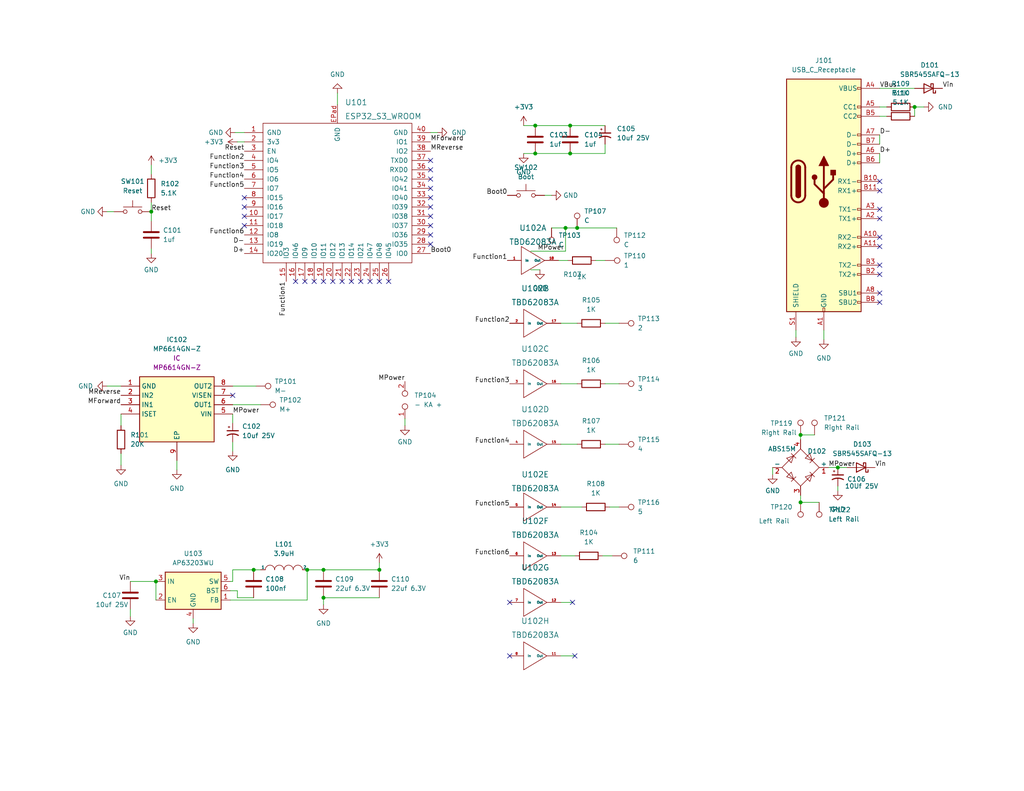
<source format=kicad_sch>
(kicad_sch (version 20211123) (generator eeschema)
  (paper "USLetter")
  (title_block (title "Atlas Light Board LCC Traction Node") (date "Nov. 30, 2025") (rev "A") (company "Deepwoods Software"))
  (lib_symbols
    (symbol "Connector:TestPoint" (pin_numbers hide) (pin_names (offset 0.762) hide)
      (property "Reference" "TP" (at 0 6.858 0))
      (property "Value" "TestPoint" (at 0 5.08 0))
      (symbol "TestPoint_0_1"
        (circle (center 0 3.302) (radius 0.762))
      )
      (symbol "TestPoint_1_1"
        (pin passive line (at 0 0 90) (length 2.54) (name "1") (number "1"))
      )
    )
    (symbol "Connector:TestPoint_2Pole" (pin_names (offset 0.762) hide)
      (property "Reference" "TP" (at 0 1.524 0))
      (property "Value" "TestPoint_2Pole" (at 0 -1.778 0))
      (symbol "TestPoint_2Pole_0_1"
        (circle (center -1.778 0) (radius 0.762))
        (circle (center 1.778 0) (radius 0.762))
        (pin passive line (at -5.08 0 0) (length 2.54) (name "1") (number "1"))
        (pin passive line (at 5.08 0 180) (length 2.54) (name "2") (number "2"))
      )
    )
    (symbol "Connector:USB_C_Receptacle" (pin_names (offset 1.016))
      (property "Reference" "J" (at -10.16 29.21 0))
      (property "Value" "USB_C_Receptacle" (at 10.16 29.21 0))
      (symbol "USB_C_Receptacle_0_0"
        (rectangle (start -0.254 -35.56) (end 0.254 -34.544))
        (rectangle (start 10.16 -32.766) (end 9.144 -33.274))
        (rectangle (start 10.16 -30.226) (end 9.144 -30.734))
        (rectangle (start 10.16 -25.146) (end 9.144 -25.654))
        (rectangle (start 10.16 -22.606) (end 9.144 -23.114))
        (rectangle (start 10.16 -17.526) (end 9.144 -18.034))
        (rectangle (start 10.16 -14.986) (end 9.144 -15.494))
        (rectangle (start 10.16 -9.906) (end 9.144 -10.414))
        (rectangle (start 10.16 -7.366) (end 9.144 -7.874))
        (rectangle (start 10.16 -2.286) (end 9.144 -2.794))
        (rectangle (start 10.16 0.254) (end 9.144 -0.254))
        (rectangle (start 10.16 5.334) (end 9.144 4.826))
        (rectangle (start 10.16 7.874) (end 9.144 7.366))
        (rectangle (start 10.16 10.414) (end 9.144 9.906))
        (rectangle (start 10.16 12.954) (end 9.144 12.446))
        (rectangle (start 10.16 18.034) (end 9.144 17.526))
        (rectangle (start 10.16 20.574) (end 9.144 20.066))
        (rectangle (start 10.16 25.654) (end 9.144 25.146))
      )
      (symbol "USB_C_Receptacle_0_1"
        (rectangle (start -10.16 27.94) (end 10.16 -35.56) (stroke (width 0.254)) (fill (type background)))
        (arc (start -8.89 -3.81) (mid -6.985 -5.715) (end -5.08 -3.81) (stroke (width 0.508)))
        (arc (start -7.62 -3.81) (mid -6.985 -4.445) (end -6.35 -3.81) (stroke (width 0.254)))
        (arc (start -7.62 -3.81) (mid -6.985 -4.445) (end -6.35 -3.81) (stroke (width 0.254)) (fill (type outline)))
        (rectangle (start -7.62 -3.81) (end -6.35 3.81) (stroke (width 0.254)) (fill (type outline)))
        (arc (start -6.35 3.81) (mid -6.985 4.445) (end -7.62 3.81) (stroke (width 0.254)))
        (arc (start -6.35 3.81) (mid -6.985 4.445) (end -7.62 3.81) (stroke (width 0.254)) (fill (type outline)))
        (arc (start -5.08 3.81) (mid -6.985 5.715) (end -8.89 3.81) (stroke (width 0.508)))
        (polyline (pts (xy -8.89 -3.81) (xy -8.89 3.81)) (stroke (width 0.508)))
        (polyline (pts (xy -5.08 3.81) (xy -5.08 -3.81)) (stroke (width 0.508)))
      )
      (symbol "USB_C_Receptacle_1_1"
        (circle (center -2.54 1.143) (radius 0.635) (stroke (width 0.254)) (fill (type outline)))
        (circle (center 0 -5.842) (radius 1.27) (fill (type outline)))
        (polyline (pts (xy 0 -5.842) (xy 0 4.318)) (stroke (width 0.508)))
        (polyline (pts (xy 0 -3.302) (xy -2.54 -0.762) (xy -2.54 0.508)) (stroke (width 0.508)))
        (polyline (pts (xy 0 -2.032) (xy 2.54 0.508) (xy 2.54 1.778)) (stroke (width 0.508)))
        (polyline (pts (xy -1.27 4.318) (xy 0 6.858) (xy 1.27 4.318) (xy -1.27 4.318)) (stroke (width 0.254)) (fill (type outline)))
        (rectangle (start 1.905 1.778) (end 3.175 3.048) (stroke (width 0.254)) (fill (type outline)))
        (pin passive line (at 0 -40.64 90) (length 5.08) (name "GND") (number "A1"))
        (pin bidirectional line (at 15.24 -15.24 180) (length 5.08) (name "RX2-") (number "A10"))
        (pin bidirectional line (at 15.24 -17.78 180) (length 5.08) (name "RX2+") (number "A11"))
        (pin passive line (at 0 -40.64 90) (length 5.08) hide (name "GND") (number "A12"))
        (pin bidirectional line (at 15.24 -10.16 180) (length 5.08) (name "TX1+") (number "A2"))
        (pin bidirectional line (at 15.24 -7.62 180) (length 5.08) (name "TX1-") (number "A3"))
        (pin passive line (at 15.24 25.4 180) (length 5.08) (name "VBUS") (number "A4"))
        (pin bidirectional line (at 15.24 20.32 180) (length 5.08) (name "CC1") (number "A5"))
        (pin bidirectional line (at 15.24 7.62 180) (length 5.08) (name "D+") (number "A6"))
        (pin bidirectional line (at 15.24 12.7 180) (length 5.08) (name "D-") (number "A7"))
        (pin bidirectional line (at 15.24 -30.48 180) (length 5.08) (name "SBU1") (number "A8"))
        (pin passive line (at 15.24 25.4 180) (length 5.08) hide (name "VBUS") (number "A9"))
        (pin passive line (at 0 -40.64 90) (length 5.08) hide (name "GND") (number "B1"))
        (pin bidirectional line (at 15.24 0 180) (length 5.08) (name "RX1-") (number "B10"))
        (pin bidirectional line (at 15.24 -2.54 180) (length 5.08) (name "RX1+") (number "B11"))
        (pin passive line (at 0 -40.64 90) (length 5.08) hide (name "GND") (number "B12"))
        (pin bidirectional line (at 15.24 -25.4 180) (length 5.08) (name "TX2+") (number "B2"))
        (pin bidirectional line (at 15.24 -22.86 180) (length 5.08) (name "TX2-") (number "B3"))
        (pin passive line (at 15.24 25.4 180) (length 5.08) hide (name "VBUS") (number "B4"))
        (pin bidirectional line (at 15.24 17.78 180) (length 5.08) (name "CC2") (number "B5"))
        (pin bidirectional line (at 15.24 5.08 180) (length 5.08) (name "D+") (number "B6"))
        (pin bidirectional line (at 15.24 10.16 180) (length 5.08) (name "D-") (number "B7"))
        (pin bidirectional line (at 15.24 -33.02 180) (length 5.08) (name "SBU2") (number "B8"))
        (pin passive line (at 15.24 25.4 180) (length 5.08) hide (name "VBUS") (number "B9"))
        (pin passive line (at -7.62 -40.64 90) (length 5.08) (name "SHIELD") (number "S1"))
      )
    )
    (symbol "Device:C" (pin_numbers hide) (pin_names (offset 0.254))
      (property "Reference" "C" (at 0.635 2.54 0))
      (property "Value" "C" (at 0.635 -2.54 0))
      (symbol "C_0_1"
        (polyline (pts (xy -2.032 -0.762) (xy 2.032 -0.762)) (stroke (width 0.508)))
        (polyline (pts (xy -2.032 0.762) (xy 2.032 0.762)) (stroke (width 0.508)))
      )
      (symbol "C_1_1"
        (pin passive line (at 0 3.81 270) (length 2.794) (name "~") (number "1"))
        (pin passive line (at 0 -3.81 90) (length 2.794) (name "~") (number "2"))
      )
    )
    (symbol "Device:C_Polarized_Small_US" (pin_numbers hide) (pin_names (offset 0.254) hide)
      (property "Reference" "C" (at 0.254 1.778 0))
      (property "Value" "C_Polarized_Small_US" (at 0.254 -2.032 0))
      (symbol "C_Polarized_Small_US_0_1"
        (polyline (pts (xy -1.524 0.508) (xy 1.524 0.508)) (stroke (width 0.3048)))
        (polyline (pts (xy -1.27 1.524) (xy -0.762 1.524)))
        (polyline (pts (xy -1.016 1.27) (xy -1.016 1.778)))
        (arc (start 1.524 -0.762) (mid 0 -0.3734) (end -1.524 -0.762) (stroke (width 0.3048)))
      )
      (symbol "C_Polarized_Small_US_1_1"
        (pin passive line (at 0 2.54 270) (length 2.032) (name "~") (number "1"))
        (pin passive line (at 0 -2.54 90) (length 2.032) (name "~") (number "2"))
      )
    )
    (symbol "Device:D_Schottky" (pin_numbers hide) (pin_names (offset 1.016) hide)
      (property "Reference" "D" (at 0 2.54 0))
      (property "Value" "D_Schottky" (at 0 -2.54 0))
      (symbol "D_Schottky_0_1"
        (polyline (pts (xy 1.27 0) (xy -1.27 0)))
        (polyline (pts (xy 1.27 1.27) (xy 1.27 -1.27) (xy -1.27 0) (xy 1.27 1.27)) (stroke (width 0.254)))
        (polyline (pts (xy -1.905 0.635) (xy -1.905 1.27) (xy -1.27 1.27) (xy -1.27 -1.27) (xy -0.635 -1.27) (xy -0.635 -0.635)) (stroke (width 0.254)))
      )
      (symbol "D_Schottky_1_1"
        (pin passive line (at -3.81 0 0) (length 2.54) (name "K") (number "1"))
        (pin passive line (at 3.81 0 180) (length 2.54) (name "A") (number "2"))
      )
    )
    (symbol "Device:R" (pin_numbers hide) (pin_names (offset 0))
      (property "Reference" "R" (at 2.032 0 90))
      (property "Value" "R" (at 0 0 90))
      (symbol "R_0_1"
        (rectangle (start -1.016 -2.54) (end 1.016 2.54) (stroke (width 0.254)))
      )
      (symbol "R_1_1"
        (pin passive line (at 0 3.81 270) (length 1.27) (name "~") (number "1"))
        (pin passive line (at 0 -3.81 90) (length 1.27) (name "~") (number "2"))
      )
    )
    (symbol "Diode_Bridge:ABS10" (pin_names (offset 0))
      (property "Reference" "D" (at 2.54 6.985 0))
      (property "Value" "ABS10" (at 2.54 5.08 0))
      (symbol "ABS10_0_1"
        (polyline (pts (xy -2.54 3.81) (xy -1.27 2.54)))
        (polyline (pts (xy -1.27 -2.54) (xy -2.54 -3.81)))
        (polyline (pts (xy 2.54 -1.27) (xy 3.81 -2.54)))
        (polyline (pts (xy 2.54 1.27) (xy 3.81 2.54)))
        (polyline (pts (xy -3.81 2.54) (xy -2.54 1.27) (xy -1.905 3.175) (xy -3.81 2.54)))
        (polyline (pts (xy -2.54 -1.27) (xy -3.81 -2.54) (xy -1.905 -3.175) (xy -2.54 -1.27)))
        (polyline (pts (xy 1.27 2.54) (xy 2.54 3.81) (xy 3.175 1.905) (xy 1.27 2.54)))
        (polyline (pts (xy 3.175 -1.905) (xy 1.27 -2.54) (xy 2.54 -3.81) (xy 3.175 -1.905)))
        (polyline (pts (xy -5.08 0) (xy 0 -5.08) (xy 5.08 0) (xy 0 5.08) (xy -5.08 0)))
      )
      (symbol "ABS10_1_1"
        (pin passive line (at 7.62 0 180) (length 2.54) (name "+") (number "1"))
        (pin passive line (at -7.62 0 0) (length 2.54) (name "-") (number "2"))
        (pin passive line (at 0 -7.62 90) (length 2.54) (name "~") (number "3"))
        (pin passive line (at 0 7.62 270) (length 2.54) (name "~") (number "4"))
      )
    )
    (symbol "ESP32-WROOM:ESP32_S3_WROOM" (pin_names (offset 1.016))
      (property "Reference" "U" (at 0.635 -10.795 0))
      (property "Value" "ESP32_S3_WROOM" (at 1.905 10.16 0))
      (symbol "ESP32_S3_WROOM_0_1"
        (rectangle (start -20.32 19.05) (end 20.32 -19.05))
      )
      (symbol "ESP32_S3_WROOM_1_1"
        (pin power_in line (at -25.4 16.51 0) (length 5.08) (name "GND") (number "1"))
        (pin bidirectional line (at -25.4 -6.35 0) (length 5.08) (name "IO17") (number "10"))
        (pin bidirectional line (at -25.4 -8.89 0) (length 5.08) (name "IO18") (number "11"))
        (pin bidirectional line (at -25.4 -11.43 0) (length 5.08) (name "IO8") (number "12"))
        (pin bidirectional line (at -25.4 -13.97 0) (length 5.08) (name "IO19") (number "13"))
        (pin bidirectional line (at -25.4 -16.51 0) (length 5.08) (name "IO20") (number "14"))
        (pin bidirectional line (at -13.97 -24.13 90) (length 5.08) (name "IO3") (number "15"))
        (pin bidirectional line (at -11.43 -24.13 90) (length 5.08) (name "IO46") (number "16"))
        (pin bidirectional line (at -8.89 -24.13 90) (length 5.08) (name "IO9") (number "17"))
        (pin bidirectional line (at -6.35 -24.13 90) (length 5.08) (name "IO10") (number "18"))
        (pin bidirectional line (at -3.81 -24.13 90) (length 5.08) (name "IO11") (number "19"))
        (pin power_in line (at -25.4 13.97 0) (length 5.08) (name "3v3") (number "2"))
        (pin bidirectional line (at -1.27 -24.13 90) (length 5.08) (name "IO12") (number "20"))
        (pin bidirectional line (at 1.27 -24.13 90) (length 5.08) (name "IO13") (number "21"))
        (pin bidirectional line (at 3.81 -24.13 90) (length 5.08) (name "IO14") (number "22"))
        (pin bidirectional line (at 6.35 -24.13 90) (length 5.08) (name "IO21") (number "23"))
        (pin bidirectional line (at 8.89 -24.13 90) (length 5.08) (name "IO47") (number "24"))
        (pin bidirectional line (at 11.43 -24.13 90) (length 5.08) (name "IO48") (number "25"))
        (pin bidirectional line (at 13.97 -24.13 90) (length 5.08) (name "IO45") (number "26"))
        (pin bidirectional line (at 25.4 -16.51 180) (length 5.08) (name "IO0") (number "27"))
        (pin bidirectional line (at 25.4 -13.97 180) (length 5.08) (name "IO35") (number "28"))
        (pin bidirectional line (at 25.4 -11.43 180) (length 5.08) (name "IO36") (number "29"))
        (pin input line (at -25.4 11.43 0) (length 5.08) (name "EN") (number "3"))
        (pin bidirectional line (at 25.4 -8.89 180) (length 5.08) (name "IO37") (number "30"))
        (pin bidirectional line (at 25.4 -6.35 180) (length 5.08) (name "IO38") (number "31"))
        (pin bidirectional line (at 25.4 -3.81 180) (length 5.08) (name "IO39") (number "32"))
        (pin bidirectional line (at 25.4 -1.27 180) (length 5.08) (name "IO40") (number "33"))
        (pin bidirectional line (at 25.4 1.27 180) (length 5.08) (name "IO41") (number "34"))
        (pin bidirectional line (at 25.4 3.81 180) (length 5.08) (name "IO42") (number "35"))
        (pin bidirectional line (at 25.4 6.35 180) (length 5.08) (name "RXD0") (number "36"))
        (pin bidirectional line (at 25.4 8.89 180) (length 5.08) (name "TXD0") (number "37"))
        (pin bidirectional line (at 25.4 11.43 180) (length 5.08) (name "IO2") (number "38"))
        (pin bidirectional line (at 25.4 13.97 180) (length 5.08) (name "IO1") (number "39"))
        (pin bidirectional line (at -25.4 8.89 0) (length 5.08) (name "IO4") (number "4"))
        (pin power_in line (at 25.4 16.51 180) (length 5.08) (name "GND") (number "40"))
        (pin bidirectional line (at -25.4 6.35 0) (length 5.08) (name "IO5") (number "5"))
        (pin bidirectional line (at -25.4 3.81 0) (length 5.08) (name "IO6") (number "6"))
        (pin bidirectional line (at -25.4 1.27 0) (length 5.08) (name "IO7") (number "7"))
        (pin bidirectional line (at -25.4 -1.27 0) (length 5.08) (name "IO15") (number "8"))
        (pin bidirectional line (at -25.4 -3.81 0) (length 5.08) (name "IO16") (number "9"))
        (pin power_in line (at 0 24.13 270) (length 5.08) (name "GND") (number "EPad"))
      )
    )
    (symbol "MP6614:MP6614GN-Z"
      (property "Value" "MP6614GN-Z" (at 0 0 0))
      (property "Reference_1" "IC" (at 26.67 7.62 0))
      (property "Value_1" "MP6614GN-Z" (at 26.67 5.08 0))
      (symbol "MP6614GN-Z_1_1"
        (rectangle (start 5.08 2.54) (end 25.4 -15.24) (stroke (width 0.254)) (fill (type background)))
        (pin passive line (at 0 0 0) (length 5.08) (name "GND") (number "1"))
        (pin passive line (at 0 -2.54 0) (length 5.08) (name "IN2") (number "2"))
        (pin passive line (at 0 -5.08 0) (length 5.08) (name "IN1") (number "3"))
        (pin passive line (at 0 -7.62 0) (length 5.08) (name "ISET") (number "4"))
        (pin passive line (at 30.48 -7.62 180) (length 5.08) (name "VIN") (number "5"))
        (pin passive line (at 30.48 -5.08 180) (length 5.08) (name "OUT1") (number "6"))
        (pin passive line (at 30.48 -2.54 180) (length 5.08) (name "VISEN") (number "7"))
        (pin passive line (at 30.48 0 180) (length 5.08) (name "OUT2") (number "8"))
        (pin passive line (at 15.24 -20.32 90) (length 5.08) (name "EP") (number "9"))
      )
    )
    (symbol "Regulator_Switching:AP63203WU"
      (property "Reference" "U" (at -7.62 6.35 0))
      (property "Value" "AP63203WU" (at 2.54 6.35 0))
      (symbol "AP63203WU_0_1"
        (rectangle (start -7.62 5.08) (end 7.62 -5.08) (stroke (width 0.254)) (fill (type background)))
      )
      (symbol "AP63203WU_1_1"
        (pin input line (at 10.16 -2.54 180) (length 2.54) (name "FB") (number "1"))
        (pin input line (at -10.16 -2.54 0) (length 2.54) (name "EN") (number "2"))
        (pin power_in line (at -10.16 2.54 0) (length 2.54) (name "IN") (number "3"))
        (pin power_in line (at 0 -7.62 90) (length 2.54) (name "GND") (number "4"))
        (pin output line (at 10.16 2.54 180) (length 2.54) (name "SW") (number "5"))
        (pin passive line (at 10.16 0 180) (length 2.54) (name "BST") (number "6"))
      )
    )
    (symbol "Switch:SW_Push" (pin_numbers hide) (pin_names (offset 1.016) hide)
      (property "Reference" "SW" (at 1.27 2.54 0))
      (property "Value" "SW_Push" (at 0 -1.524 0))
      (symbol "SW_Push_0_1"
        (circle (center -2.032 0) (radius 0.508))
        (polyline (pts (xy 0 1.27) (xy 0 3.048)))
        (polyline (pts (xy 2.54 1.27) (xy -2.54 1.27)))
        (circle (center 2.032 0) (radius 0.508))
        (pin passive line (at -5.08 0 0) (length 2.54) (name "1") (number "1"))
        (pin passive line (at 5.08 0 180) (length 2.54) (name "2") (number "2"))
      )
    )
    (symbol "power:+3V3" (power) (pin_names (offset 0))
      (property "Value" "+3V3" (at 0 3.556 0))
      (symbol "+3V3_0_1"
        (polyline (pts (xy -0.762 1.27) (xy 0 2.54)))
        (polyline (pts (xy 0 0) (xy 0 2.54)))
        (polyline (pts (xy 0 2.54) (xy 0.762 1.27)))
      )
      (symbol "+3V3_1_1"
        (pin power_in line (at 0 0 90) (length 0) hide (name "+3V3") (number "1"))
      )
    )
    (symbol "power:GND" (power) (pin_names (offset 0))
      (property "Value" "GND" (at 0 -3.81 0))
      (symbol "GND_0_1"
        (polyline (pts (xy 0 0) (xy 0 -1.27) (xy 1.27 -1.27) (xy 0 -2.54) (xy -1.27 -1.27) (xy 0 -1.27)))
      )
      (symbol "GND_1_1"
        (pin power_in line (at 0 0 270) (length 0) hide (name "GND") (number "1"))
      )
    )
    (symbol "pspice:INDUCTOR" (pin_numbers hide) (pin_names (offset 0))
      (property "Reference" "L" (at 0 2.54 0))
      (property "Value" "INDUCTOR" (at 0 -1.27 0))
      (symbol "INDUCTOR_0_1"
        (arc (start -2.54 0) (mid -3.81 1.27) (end -5.08 0))
        (arc (start 0 0) (mid -1.27 1.27) (end -2.54 0))
        (arc (start 2.54 0) (mid 1.27 1.27) (end 0 0))
        (arc (start 5.08 0) (mid 3.81 1.27) (end 2.54 0))
      )
      (symbol "INDUCTOR_1_1"
        (pin input line (at -6.35 0 0) (length 1.27) (name "1") (number "1"))
        (pin input line (at 6.35 0 180) (length 1.27) (name "2") (number "2"))
      )
    )
    (symbol "tbd62x83a:TBD62083A" (pin_names (offset 1.016))
      (property "Reference" "U" (at 2.54 -3.81 0))
      (property "Value" "TBD62083A" (at 6.35 2.54 0))
      (symbol "TBD62083A_0_1"
        (polyline (pts (xy -2.54 3.81) (xy 3.81 0) (xy -2.54 -3.81) (xy -2.54 3.81)))
        (pin unspecified line (at 0 2.54 0) (length 0) hide (name "OC") (number "10"))
        (pin unspecified line (at 0 -2.54 0) (length 0) hide (name "IC") (number "9"))
      )
      (symbol "TBD62083A_1_1"
        (pin input line (at -6.35 0 0) (length 3.81) (name "In") (number "1"))
        (pin output line (at 7.62 0 180) (length 3.81) (name "Out") (number "18"))
      )
      (symbol "TBD62083A_2_1"
        (pin output line (at 7.62 0 180) (length 3.81) (name "Out") (number "17"))
        (pin input line (at -6.35 0 0) (length 3.81) (name "In") (number "2"))
      )
      (symbol "TBD62083A_3_1"
        (pin output line (at 7.62 0 180) (length 3.81) (name "Out") (number "16"))
        (pin input line (at -6.35 0 0) (length 3.81) (name "In") (number "3"))
      )
      (symbol "TBD62083A_4_1"
        (pin output line (at 7.62 0 180) (length 3.81) (name "Out") (number "15"))
        (pin input line (at -6.35 0 0) (length 3.81) (name "In") (number "4"))
      )
      (symbol "TBD62083A_5_1"
        (pin output line (at 7.62 0 180) (length 3.81) (name "Out") (number "14"))
        (pin input line (at -6.35 0 0) (length 3.81) (name "In") (number "5"))
      )
      (symbol "TBD62083A_6_1"
        (pin output line (at 7.62 0 180) (length 3.81) (name "Out") (number "13"))
        (pin input line (at -6.35 0 0) (length 3.81) (name "In") (number "6"))
      )
      (symbol "TBD62083A_7_1"
        (pin output line (at 7.62 0 180) (length 3.81) (name "Out") (number "12"))
        (pin input line (at -6.35 0 0) (length 3.81) (name "In") (number "7"))
      )
      (symbol "TBD62083A_8_1"
        (pin output line (at 7.62 0 180) (length 3.81) (name "Out") (number "11"))
        (pin input line (at -6.35 0 0) (length 3.81) (name "In") (number "8"))
      )
    )
  )
  (junction (at 42.545 158.75))
  (junction (at 41.275 57.785))
  (junction (at 157.48 62.23))
  (junction (at 69.215 155.575))
  (junction (at 88.265 163.195))
  (junction (at 103.505 155.575))
  (junction (at 146.05 41.91))
  (junction (at 83.82 155.575))
  (junction (at 249.555 29.21))
  (junction (at 146.05 34.29))
  (junction (at 155.575 41.91))
  (junction (at 218.44 118.745))
  (junction (at 218.44 137.16))
  (junction (at 155.575 34.29))
  (junction (at 228.6 127.635))
  (junction (at 88.265 155.575))
  (junction (at 154.305 62.23))
  (no_connect (at 88.265 76.835))
  (no_connect (at 240.03 52.07))
  (no_connect (at 117.475 51.435))
  (no_connect (at 240.03 59.69))
  (no_connect (at 66.675 59.055))
  (no_connect (at 117.475 46.355))
  (no_connect (at 63.5 107.95))
  (no_connect (at 117.475 48.895))
  (no_connect (at 90.805 76.835))
  (no_connect (at 240.03 82.55))
  (no_connect (at 100.965 76.835))
  (no_connect (at 103.505 76.835))
  (no_connect (at 95.885 76.835))
  (no_connect (at 98.425 76.835))
  (no_connect (at 139.065 164.465))
  (no_connect (at 83.185 76.835))
  (no_connect (at 117.475 59.055))
  (no_connect (at 240.03 57.15))
  (no_connect (at 85.725 76.835))
  (no_connect (at 66.675 56.515))
  (no_connect (at 156.845 179.07))
  (no_connect (at 117.475 43.815))
  (no_connect (at 106.045 76.835))
  (no_connect (at 156.21 164.465))
  (no_connect (at 240.03 67.31))
  (no_connect (at 117.475 56.515))
  (no_connect (at 117.475 66.675))
  (no_connect (at 240.03 80.01))
  (no_connect (at 240.03 64.77))
  (no_connect (at 117.475 61.595))
  (no_connect (at 240.03 49.53))
  (no_connect (at 80.645 76.835))
  (no_connect (at 117.475 53.975))
  (no_connect (at 93.345 76.835))
  (no_connect (at 240.03 74.93))
  (no_connect (at 117.475 64.135))
  (no_connect (at 66.675 61.595))
  (no_connect (at 66.675 53.975))
  (no_connect (at 240.03 72.39))
  (no_connect (at 139.065 179.07))
  (wire (pts (xy 63.5 155.575) (xy 69.215 155.575)))
  (wire (pts (xy 92.075 25.4) (xy 92.075 28.575)))
  (wire (pts (xy 29.21 57.785) (xy 31.115 57.785)))
  (wire (pts (xy 165.1 104.775) (xy 168.91 104.775)))
  (wire (pts (xy 33.02 113.03) (xy 33.02 116.205)))
  (wire (pts (xy 210.82 127.635) (xy 210.82 129.54)))
  (wire (pts (xy 41.275 45.085) (xy 41.275 47.625)))
  (wire (pts (xy 142.875 41.91) (xy 146.05 41.91)))
  (wire (pts (xy 154.305 62.23) (xy 154.305 68.58)))
  (wire (pts (xy 69.215 155.575) (xy 71.12 155.575)))
  (wire (pts (xy 165.1 41.91) (xy 165.1 39.37)))
  (wire (pts (xy 226.06 127.635) (xy 228.6 127.635)))
  (wire (pts (xy 64.77 163.195) (xy 69.215 163.195)))
  (wire (pts (xy 152.4 71.12) (xy 154.94 71.12)))
  (wire (pts (xy 153.035 121.285) (xy 157.48 121.285)))
  (wire (pts (xy 41.275 67.945) (xy 41.275 69.215)))
  (wire (pts (xy 218.44 135.255) (xy 218.44 137.16)))
  (wire (pts (xy 240.03 29.21) (xy 241.935 29.21)))
  (wire (pts (xy 88.265 155.575) (xy 103.505 155.575)))
  (wire (pts (xy 153.035 88.265) (xy 157.48 88.265)))
  (wire (pts (xy 240.03 31.75) (xy 241.935 31.75)))
  (wire (pts (xy 63.5 120.65) (xy 63.5 123.19)))
  (wire (pts (xy 64.77 161.29) (xy 64.77 163.195)))
  (wire (pts (xy 218.44 118.745) (xy 218.44 120.015)))
  (wire (pts (xy 240.03 41.91) (xy 240.03 44.45)))
  (wire (pts (xy 29.21 105.41) (xy 33.02 105.41)))
  (wire (pts (xy 148.59 53.34) (xy 150.495 53.34)))
  (wire (pts (xy 240.03 24.13) (xy 249.555 24.13)))
  (wire (pts (xy 52.705 168.91) (xy 52.705 170.18)))
  (wire (pts (xy 63.5 113.03) (xy 63.5 115.57)))
  (wire (pts (xy 224.79 90.17) (xy 224.79 92.71)))
  (wire (pts (xy 110.49 114.3) (xy 110.49 116.205)))
  (wire (pts (xy 88.265 163.195) (xy 103.505 163.195)))
  (wire (pts (xy 35.56 158.75) (xy 42.545 158.75)))
  (wire (pts (xy 249.555 29.21) (xy 249.555 31.75)))
  (wire (pts (xy 162.56 71.12) (xy 165.1 71.12)))
  (wire (pts (xy 165.1 121.285) (xy 168.91 121.285)))
  (wire (pts (xy 142.875 34.29) (xy 146.05 34.29)))
  (wire (pts (xy 228.6 127.635) (xy 231.14 127.635)))
  (wire (pts (xy 35.56 166.37) (xy 35.56 168.275)))
  (wire (pts (xy 144.78 73.66) (xy 147.32 73.66)))
  (wire (pts (xy 63.5 158.75) (xy 63.5 155.575)))
  (wire (pts (xy 228.6 132.715) (xy 228.6 133.985)))
  (wire (pts (xy 41.275 55.245) (xy 41.275 57.785)))
  (wire (pts (xy 217.17 90.17) (xy 217.17 92.075)))
  (wire (pts (xy 146.05 34.29) (xy 155.575 34.29)))
  (wire (pts (xy 144.78 68.58) (xy 154.305 68.58)))
  (wire (pts (xy 154.305 62.23) (xy 157.48 62.23)))
  (wire (pts (xy 62.865 161.29) (xy 64.77 161.29)))
  (wire (pts (xy 64.77 38.735) (xy 66.675 38.735)))
  (wire (pts (xy 146.05 41.91) (xy 155.575 41.91)))
  (wire (pts (xy 41.275 57.785) (xy 41.275 60.325)))
  (wire (pts (xy 164.465 151.765) (xy 167.005 151.765)))
  (wire (pts (xy 165.1 88.265) (xy 168.91 88.265)))
  (wire (pts (xy 63.5 105.41) (xy 69.85 105.41)))
  (wire (pts (xy 218.44 137.16) (xy 223.52 137.16)))
  (wire (pts (xy 153.035 151.765) (xy 156.845 151.765)))
  (wire (pts (xy 83.82 155.575) (xy 83.82 163.83)))
  (wire (pts (xy 249.555 29.21) (xy 252.095 29.21)))
  (wire (pts (xy 153.035 138.43) (xy 158.75 138.43)))
  (wire (pts (xy 42.545 158.75) (xy 42.545 163.83)))
  (wire (pts (xy 103.505 153.67) (xy 103.505 155.575)))
  (wire (pts (xy 153.035 104.775) (xy 157.48 104.775)))
  (wire (pts (xy 218.44 118.745) (xy 222.25 118.745)))
  (wire (pts (xy 83.82 163.83) (xy 62.865 163.83)))
  (wire (pts (xy 240.03 36.83) (xy 240.03 39.37)))
  (wire (pts (xy 157.48 62.23) (xy 168.275 62.23)))
  (wire (pts (xy 33.02 123.825) (xy 33.02 127)))
  (wire (pts (xy 48.26 125.73) (xy 48.26 128.27)))
  (wire (pts (xy 117.475 36.195) (xy 119.38 36.195)))
  (wire (pts (xy 63.5 110.49) (xy 71.12 110.49)))
  (wire (pts (xy 166.37 138.43) (xy 168.91 138.43)))
  (wire (pts (xy 155.575 41.91) (xy 165.1 41.91)))
  (wire (pts (xy 153.035 164.465) (xy 156.21 164.465)))
  (wire (pts (xy 83.82 155.575) (xy 88.265 155.575)))
  (wire (pts (xy 150.495 62.23) (xy 154.305 62.23)))
  (wire (pts (xy 88.265 163.195) (xy 88.265 165.1)))
  (wire (pts (xy 153.035 179.07) (xy 156.845 179.07)))
  (wire (pts (xy 155.575 34.29) (xy 165.1 34.29)))
  (wire (pts (xy 64.135 36.195) (xy 66.675 36.195)))
  (wire (pts (xy 62.865 158.75) (xy 63.5 158.75)))
  (label "Vin" (at 35.56 158.75 180))
  (label "Function4" (at 66.675 48.895 180))
  (label "MReverse" (at 33.02 107.95 180))
  (label "VBus" (at 240.03 24.13 0))
  (label "Reset" (at 66.675 41.275 180))
  (label "Function3" (at 66.675 46.355 180))
  (label "Function2" (at 139.065 88.265 180))
  (label "Vin" (at 257.175 24.13 0))
  (label "Function1" (at 78.105 76.835 270))
  (label "Boot0" (at 138.43 53.34 180))
  (label "Function3" (at 139.065 104.775 180))
  (label "MPower" (at 63.5 113.03 0))
  (label "MForward" (at 117.475 38.735 0))
  (label "MPower" (at 226.06 127.635 0))
  (label "Function1" (at 138.43 71.12 180))
  (label "Reset" (at 41.275 57.785 0))
  (label "Function6" (at 139.065 151.765 180))
  (label "D-" (at 66.675 66.675 180))
  (label "D+" (at 240.03 41.91 0))
  (label "MPower" (at 146.685 68.58 0))
  (label "Function4" (at 139.065 121.285 180))
  (label "MReverse" (at 117.475 41.275 0))
  (label "Vin" (at 238.76 127.635 0))
  (label "MForward" (at 33.02 110.49 180))
  (label "D-" (at 240.03 36.83 0))
  (label "Function2" (at 66.675 43.815 180))
  (label "MPower" (at 110.49 104.14 180))
  (label "Boot0" (at 117.475 69.215 0))
  (label "Function5" (at 139.065 138.43 180))
  (label "Function6" (at 66.675 64.135 180))
  (label "D+" (at 66.675 69.215 180))
  (label "Function5" (at 66.675 51.435 180))
  (symbol (lib_id "Connector:TestPoint") (at 157.48 62.23 0) (unit 1) (in_bom no)
    (property "Reference" "TP107" (at 159.385 57.6579 0) (effects (justify left)))
    (property "Value" "C" (at 159.385 60.1979 0) (effects (justify left)))
    (property "Footprint" "TestPoint:TestPoint_Pad_2.0x2.0mm" (effects hide))
  )
  (symbol (lib_id "power:GND") (at 224.79 92.71 0) (unit 1)
    (property "Reference" "#PWR0121" (effects hide))
    (property "Value" "GND" (at 224.79 97.79 0))
  )
  (symbol (lib_id "Connector:TestPoint") (at 222.25 118.745 0) (unit 1) (in_bom no)
    (property "Reference" "TP121" (at 224.79 114.1729 0) (effects (justify left)))
    (property "Value" "Right Rail" (at 224.79 116.7129 0) (effects (justify left)))
    (property "Footprint" "TestPoint:TestPoint_THTPad_1.5x1.5mm_Drill0.7mm" (effects hide))
  )
  (symbol (lib_id "Device:C") (at 146.05 38.1 0) (unit 1)
    (property "Reference" "C103" (at 149.86 36.8299 0) (effects (justify left)))
    (property "Value" "1uf" (at 149.86 39.3699 0) (effects (justify left)))
    (property "Footprint" "Capacitor_SMD:C_0201_0603Metric" (effects hide))
    (property "Mouser Part Number" "81-GRT033R60J105ME3D" (effects hide))
    (property "Manufacturer_Name" "Murata Electronics" (effects hide))
    (property "Manufacturer_Part_Number" "GRT033R60J105ME13D" (effects hide))
  )
  (symbol (lib_id "power:GND") (at 41.275 69.215 0) (unit 1)
    (property "Reference" "#PWR0116" (effects hide))
    (property "Value" "GND" (at 41.275 73.66 0))
  )
  (symbol (lib_id "Connector:TestPoint") (at 218.44 137.16 180) (unit 1) (in_bom no)
    (property "Reference" "TP120" (at 210.185 138.43 0) (effects (justify right)))
    (property "Value" "Left Rail" (at 207.01 142.24 0) (effects (justify right)))
    (property "Footprint" "TestPoint:TestPoint_THTPad_3.0x3.0mm_Drill1.5mm" (effects hide))
  )
  (symbol (lib_id "Device:R") (at 161.29 121.285 270) (unit 1)
    (property "Reference" "R107" (at 161.29 114.935 90))
    (property "Value" "1K" (at 161.29 117.475 90))
    (property "Footprint" "Resistor_SMD:R_0402_1005Metric" (effects hide))
    (property "Mouser Part Number" "603-RC0402JR-7W1KL" (effects hide))
    (property "Manufacturer_Name" "YAGEO" (effects hide))
    (property "Manufacturer_Part_Number" "RC0402JR-7W1KL" (effects hide))
  )
  (symbol (lib_id "power:+3V3") (at 103.505 153.67 0) (unit 1)
    (property "Reference" "#PWR0126" (effects hide))
    (property "Value" "+3V3" (at 103.505 148.59 0))
  )
  (symbol (lib_id "tbd62x83a:TBD62083A") (at 145.415 151.765 0) (unit 6)
    (property "Reference" "U102" (at 146.05 142.24 0) (effects (font (size 1.524 1.524))))
    (property "Value" "TBD62083A" (at 146.05 146.05 0) (effects (font (size 1.524 1.524))))
    (property "Footprint" "Package_SO:SSOP-18_4.4x6.5mm_P0.65mm" (effects hide))
    (property "Mouser Part Number" "757-TBD62083AFNGEL" (effects hide))
    (property "Manufacturer_Name" "Toshiba" (effects hide))
    (property "Manufacturer_Part_Number" "TBD62083AFNG,EL" (effects hide))
  )
  (symbol (lib_id "power:GND") (at 35.56 168.275 0) (unit 1)
    (property "Reference" "#PWR0123" (effects hide))
    (property "Value" "GND" (at 35.56 172.72 0))
  )
  (symbol (lib_id "Connector:TestPoint") (at 218.44 118.745 0) (unit 1) (in_bom no)
    (property "Reference" "TP119" (at 210.185 115.57 0) (effects (justify left)))
    (property "Value" "Right Rail" (at 207.645 118.11 0) (effects (justify left)))
    (property "Footprint" "TestPoint:TestPoint_THTPad_3.0x3.0mm_Drill1.5mm" (effects hide))
  )
  (symbol (lib_id "Device:D_Schottky") (at 253.365 24.13 180) (unit 1)
    (property "Reference" "D101" (at 253.6825 17.78 0))
    (property "Value" "SBR545SAFQ-13" (at 253.6825 20.32 0))
    (property "Footprint" "Diode_SMD:D_SOD-123" (effects hide))
    (property "Mouser Part Number" "610-CMMSH1-60GTR" (effects hide))
    (property "Manufacturer_Name" "Central Semiconductor" (effects hide))
    (property "Manufacturer_Part_Number" "CMMSH1-60G TR PBFREE " (effects hide))
  )
  (symbol (lib_id "power:GND") (at 52.705 170.18 0) (unit 1)
    (property "Reference" "#PWR0124" (effects hide))
    (property "Value" "GND" (at 52.705 175.26 0))
  )
  (symbol (lib_id "power:GND") (at 147.32 73.66 0) (unit 1)
    (property "Reference" "#PWR0118" (effects hide))
    (property "Value" "GND" (at 147.32 78.74 0))
  )
  (symbol (lib_id "Device:R") (at 245.745 29.21 90) (unit 1)
    (property "Reference" "R109" (at 245.745 22.86 90))
    (property "Value" "5.1K" (at 245.745 25.4 90))
    (property "Footprint" "Resistor_SMD:R_0201_0603Metric" (effects hide))
    (property "Mouser Part Number" "603-RC0201FR-075K1L" (effects hide))
    (property "Manufacturer_Name" "YAGEO" (effects hide))
    (property "Manufacturer_Part_Number" "RC0201FR-075K1L" (effects hide))
  )
  (symbol (lib_id "Device:C") (at 69.215 159.385 0) (unit 1)
    (property "Reference" "C108" (at 72.39 158.1149 0) (effects (justify left)))
    (property "Value" "100nf" (at 72.39 160.6549 0) (effects (justify left)))
    (property "Footprint" "Capacitor_SMD:C_0402_1005Metric" (effects hide))
    (property "Mouser Part Number" "791-RF15N0R1B250CT" (effects hide))
    (property "Manufacturer_Name" "Walsin" (effects hide))
    (property "Manufacturer_Part_Number" "RF15N0R1B250CT" (effects hide))
  )
  (symbol (lib_id "power:+3V3") (at 41.275 45.085 0) (unit 1)
    (property "Reference" "#PWR0106" (effects hide))
    (property "Value" "+3V3" (at 43.18 43.8149 0) (effects (justify left)))
  )
  (symbol (lib_id "Connector:TestPoint") (at 69.85 105.41 270) (unit 1) (in_bom no)
    (property "Reference" "TP101" (at 74.93 104.1399 90) (effects (justify left)))
    (property "Value" "M-" (at 74.93 106.6799 90) (effects (justify left)))
    (property "Footprint" "TestPoint:TestPoint_THTPad_3.0x3.0mm_Drill1.5mm" (effects hide))
  )
  (symbol (lib_id "power:GND") (at 88.265 165.1 0) (unit 1)
    (property "Reference" "#PWR0125" (effects hide))
    (property "Value" "GND" (at 88.265 170.18 0))
  )
  (symbol (lib_id "Device:C") (at 41.275 64.135 0) (unit 1)
    (property "Reference" "C101" (at 44.45 62.8649 0) (effects (justify left)))
    (property "Value" "1uf" (at 44.45 65.4049 0) (effects (justify left)))
    (property "Footprint" "Capacitor_SMD:C_0201_0603Metric" (effects hide))
    (property "Mouser Part Number" "81-GRT033R60J105ME3D" (effects hide))
    (property "Manufacturer_Name" "Murata Electronics" (effects hide))
    (property "Manufacturer_Part_Number" "GRT033R60J105ME13D" (effects hide))
  )
  (symbol (lib_id "Connector:TestPoint_2Pole") (at 110.49 109.22 90) (unit 1) (in_bom no)
    (property "Reference" "TP104" (at 113.03 107.9499 90) (effects (justify right)))
    (property "Value" "- KA +" (at 113.03 110.4899 90) (effects (justify right)))
    (property "Footprint" "TestPoint:TestPoint_2Pads_Pitch2.54mm_Drill0.8mm" (effects hide))
  )
  (symbol (lib_id "Device:C_Polarized_Small_US") (at 165.1 36.83 0) (unit 1)
    (property "Reference" "C105" (at 168.275 35.1281 0) (effects (justify left)))
    (property "Value" "10uf 25V" (at 168.275 37.6681 0) (effects (justify left)))
    (property "Footprint" "Capacitor_Tantalum_SMD:CP_EIA-6032-28_Kemet-C" (effects hide))
    (property "Mouser Part Number" "80-T491C106K25AT7280" (effects hide))
    (property "Manufacturer_Name" "KEMET" (effects hide))
    (property "Manufacturer_Part_Number" "T491C106K025AT7280" (effects hide))
  )
  (symbol (lib_id "tbd62x83a:TBD62083A") (at 144.78 71.12 0) (unit 1)
    (property "Reference" "U102" (at 145.415 62.23 0) (effects (font (size 1.524 1.524))))
    (property "Value" "TBD62083A" (at 145.415 66.04 0) (effects (font (size 1.524 1.524))))
    (property "Footprint" "Package_SO:SSOP-18_4.4x6.5mm_P0.65mm" (effects hide))
    (property "Mouser Part Number" "757-TBD62083AFNGEL" (effects hide))
    (property "Manufacturer_Name" "Toshiba" (effects hide))
    (property "Manufacturer_Part_Number" "TBD62083AFNG,EL" (effects hide))
  )
  (symbol (lib_id "Device:R") (at 161.29 104.775 270) (unit 1)
    (property "Reference" "R106" (at 161.29 98.425 90))
    (property "Value" "1K" (at 161.29 100.965 90))
    (property "Footprint" "Resistor_SMD:R_0402_1005Metric" (effects hide))
    (property "Mouser Part Number" "603-RC0402JR-7W1KL" (effects hide))
    (property "Manufacturer_Name" "YAGEO" (effects hide))
    (property "Manufacturer_Part_Number" "RC0402JR-7W1KL" (effects hide))
  )
  (symbol (lib_id "power:GND") (at 228.6 133.985 0) (unit 1)
    (property "Reference" "#PWR0101" (effects hide))
    (property "Value" "GND" (at 228.6 139.065 0))
  )
  (symbol (lib_id "power:GND") (at 119.38 36.195 90) (unit 1)
    (property "Reference" "#PWR0119" (effects hide))
    (property "Value" "GND" (at 123.19 36.1949 90) (effects (justify right)))
  )
  (symbol (lib_id "Device:R") (at 158.75 71.12 270) (unit 1)
    (property "Reference" "R103" (at 156.21 74.93 90))
    (property "Value" "1K" (at 158.75 75.565 90))
    (property "Footprint" "Resistor_SMD:R_0402_1005Metric" (effects hide))
    (property "Mouser Part Number" "603-RC0402JR-7W1KL" (effects hide))
    (property "Manufacturer_Name" "YAGEO" (effects hide))
    (property "Manufacturer_Part_Number" "RC0402JR-7W1KL" (effects hide))
  )
  (symbol (lib_id "Device:R") (at 162.56 138.43 270) (unit 1)
    (property "Reference" "R108" (at 162.56 132.08 90))
    (property "Value" "1K" (at 162.56 134.62 90))
    (property "Footprint" "Resistor_SMD:R_0402_1005Metric" (effects hide))
    (property "Mouser Part Number" "603-RC0402JR-7W1KL" (effects hide))
    (property "Manufacturer_Name" "YAGEO" (effects hide))
    (property "Manufacturer_Part_Number" "RC0402JR-7W1KL" (effects hide))
  )
  (symbol (lib_id "Connector:TestPoint") (at 168.275 62.23 180) (unit 1) (in_bom no)
    (property "Reference" "TP112" (at 170.18 64.2619 0) (effects (justify right)))
    (property "Value" "C" (at 170.18 66.8019 0) (effects (justify right)))
    (property "Footprint" "TestPoint:TestPoint_THTPad_1.5x1.5mm_Drill0.7mm" (effects hide))
  )
  (symbol (lib_id "Connector:TestPoint") (at 168.91 121.285 270) (unit 1) (in_bom no)
    (property "Reference" "TP115" (at 173.99 120.0149 90) (effects (justify left)))
    (property "Value" "4" (at 173.99 122.5549 90) (effects (justify left)))
    (property "Footprint" "TestPoint:TestPoint_Pad_2.0x2.0mm" (effects hide))
  )
  (symbol (lib_id "tbd62x83a:TBD62083A") (at 145.415 138.43 0) (unit 5)
    (property "Reference" "U102" (at 146.05 129.54 0) (effects (font (size 1.524 1.524))))
    (property "Value" "TBD62083A" (at 146.05 133.35 0) (effects (font (size 1.524 1.524))))
    (property "Footprint" "Package_SO:SSOP-18_4.4x6.5mm_P0.65mm" (effects hide))
    (property "Mouser Part Number" "757-TBD62083AFNGEL " (effects hide))
    (property "Manufacturer_Name" "Toshiba" (effects hide))
    (property "Manufacturer_Part_Number" "TBD62083AFNG,EL" (effects hide))
  )
  (symbol (lib_id "Connector:TestPoint") (at 150.495 62.23 180) (unit 1) (in_bom no)
    (property "Reference" "TP103" (at 152.4 64.2619 0) (effects (justify right)))
    (property "Value" "C" (at 152.4 66.8019 0) (effects (justify right)))
    (property "Footprint" "TestPoint:TestPoint_THTPad_3.0x3.0mm_Drill1.5mm" (effects hide))
  )
  (symbol (lib_id "power:+3V3") (at 142.875 34.29 0) (unit 1)
    (property "Reference" "#PWR0117" (effects hide))
    (property "Value" "+3V3" (at 142.875 29.21 0))
  )
  (symbol (lib_id "Device:C") (at 88.265 159.385 0) (unit 1)
    (property "Reference" "C109" (at 91.44 158.1149 0) (effects (justify left)))
    (property "Value" "22uf 6.3V" (at 91.44 160.6549 0) (effects (justify left)))
    (property "Footprint" "Capacitor_SMD:C_0603_1608Metric" (effects hide))
    (property "Mouser Part Number" "791-0603X226M6R3CT" (effects hide))
    (property "Manufacturer_Name" "Walsin" (effects hide))
    (property "Manufacturer_Part_Number" "0603X226M6R3CT" (effects hide))
  )
  (symbol (lib_id "power:GND") (at 64.135 36.195 270) (unit 1)
    (property "Reference" "#PWR0105" (effects hide))
    (property "Value" "GND" (at 60.96 36.1949 90) (effects (justify right)))
  )
  (symbol (lib_id "power:GND") (at 63.5 123.19 0) (unit 1)
    (property "Reference" "#PWR0113" (effects hide))
    (property "Value" "GND" (at 63.5 128.27 0))
  )
  (symbol (lib_id "Device:D_Schottky") (at 234.95 127.635 180) (unit 1)
    (property "Reference" "D103" (at 235.2675 121.285 0))
    (property "Value" "SBR545SAFQ-13" (at 235.2675 123.825 0))
    (property "Footprint" "Diode_SMD:D_SOD-123" (effects hide))
    (property "Mouser Part Number" "610-CMMSH1-60GTR " (effects hide))
    (property "Manufacturer_Name" "Central Semiconductor" (effects hide))
    (property "Manufacturer_Part_Number" "CMMSH1-60G TR PBFREE " (effects hide))
  )
  (symbol (lib_id "MP6614:MP6614GN-Z") (at 33.02 105.41 0) (unit 1)
    (property "Reference" "IC102" (at 48.26 92.71 0))
    (property "Value" "MP6614GN-Z" (at 48.26 95.25 0))
    (property "Footprint" "Package_SO:SOIC-8-1EP_3.9x4.9mm_P1.27mm_EP2.29x3mm_ThermalVias" (effects hide))
    (property "Reference_1" "IC" (at 48.26 97.79 0))
    (property "Value_1" "MP6614GN-Z" (at 48.26 100.33 0))
    (property "Footprint_1" "SOIC127P600X170-9N" (effects hide))
    (property "Height" "1.7" (effects hide))
    (property "Mouser Part Number" "946-MP6614GN-Z" (effects hide))
    (property "Manufacturer_Name" "Monolithic Power Systems (MPS)" (effects hide))
    (property "Manufacturer_Part_Number" "MP6614GN-Z" (effects hide))
  )
  (symbol (lib_id "Device:R") (at 245.745 31.75 90) (unit 1)
    (property "Reference" "R110" (at 245.745 25.4 90))
    (property "Value" "5.1K" (at 245.745 27.94 90))
    (property "Footprint" "Resistor_SMD:R_0201_0603Metric" (effects hide))
    (property "Mouser Part Number " "603-RC0201FR-075K1L " (effects hide))
    (property "Manufacturer_Name" "YAGEO" (effects hide))
    (property "Manufacturer_Part_Number" "RC0201FR-075K1L" (effects hide))
  )
  (symbol (lib_id "Device:R") (at 161.29 88.265 270) (unit 1)
    (property "Reference" "R105" (at 161.29 81.915 90))
    (property "Value" "1K" (at 161.29 84.455 90))
    (property "Footprint" "Resistor_SMD:R_0402_1005Metric" (effects hide))
    (property "Mouser Part Number" "603-RC0402JR-7W1KL" (effects hide))
    (property "Manufacturer_Name" "YAGEO" (effects hide))
    (property "Manufacturer_Part_Number" "RC0402JR-7W1KL" (effects hide))
  )
  (symbol (lib_id "Device:C") (at 155.575 38.1 0) (unit 1)
    (property "Reference" "C104" (at 159.385 36.8299 0) (effects (justify left)))
    (property "Value" "1uf" (at 159.385 39.3699 0) (effects (justify left)))
    (property "Footprint" "Capacitor_SMD:C_0201_0603Metric" (effects hide))
    (property "Mouser Part Number" "81-GRT033R60J105ME3D" (effects hide))
    (property "Manufacturer_Name" "Murata Electronics" (effects hide))
    (property "Manufacturer_Part_Number" "GRT033R60J105ME13D" (effects hide))
  )
  (symbol (lib_id "power:GND") (at 110.49 116.205 0) (unit 1)
    (property "Reference" "#PWR0107" (effects hide))
    (property "Value" "GND" (at 110.49 120.65 0))
  )
  (symbol (lib_id "pspice:INDUCTOR") (at 77.47 155.575 0) (unit 1)
    (property "Reference" "L101" (at 77.47 148.59 0))
    (property "Value" "3.9uH" (at 77.47 151.13 0))
    (property "Footprint" "Inductor_SMD:L_Abracon_ASPI-0630LR" (effects hide))
    (property "Mouser Part Number" "815-ASPI-0628-3R9MT1" (effects hide))
    (property "Manufacturer_Name" "ABRACON" (effects hide))
    (property "Manufacturer_Part_Number" "ASPI-0628-3R9M-T1" (effects hide))
  )
  (symbol (lib_id "Device:C_Polarized_Small_US") (at 228.6 130.175 0) (unit 1)
    (property "Reference" "C106" (at 231.14 130.81 0) (effects (justify left)))
    (property "Value" "10Uf 25V" (at 230.505 132.715 0) (effects (justify left)))
    (property "Footprint" "Capacitor_Tantalum_SMD:CP_EIA-6032-28_Kemet-C" (effects hide))
    (property "Mouser Part Number" "80-T491C106K25AT7280" (effects hide))
    (property "Manufacturer_Name" "KEMET" (effects hide))
    (property "Manufacturer_Part_Number" "T491C106K025AT7280" (effects hide))
  )
  (symbol (lib_id "Connector:TestPoint") (at 223.52 137.16 180) (unit 1) (in_bom no)
    (property "Reference" "TP122" (at 226.06 139.1919 0) (effects (justify right)))
    (property "Value" "Left Rail" (at 226.06 141.7319 0) (effects (justify right)))
    (property "Footprint" "TestPoint:TestPoint_THTPad_1.5x1.5mm_Drill0.7mm" (effects hide))
  )
  (symbol (lib_id "Connector:USB_C_Receptacle") (at 224.79 49.53 0) (unit 1)
    (property "Reference" "J101" (at 224.79 16.51 0))
    (property "Value" "USB_C_Receptacle" (at 224.79 19.05 0))
    (property "Footprint" "Connector_USB:USB_C_Receptacle_GCT_USB4105-xx-A_16P_TopMnt_Horizontal" (effects hide))
    (property "Datasheet" "https://www.usb.org/sites/default/files/documents/usb_type-c.zip" (effects hide))
    (property "Mouser Part Number" "640-USB4105-GF-A" (effects hide))
    (property "Manufacturer_Name" "GCT" (effects hide))
    (property "Manufacturer_Part_Number" "USB4105-GF-A" (effects hide))
  )
  (symbol (lib_id "power:GND") (at 217.17 92.075 0) (unit 1)
    (property "Reference" "#PWR0122" (effects hide))
    (property "Value" "GND" (at 217.17 96.52 0))
  )
  (symbol (lib_id "power:GND") (at 48.26 128.27 0) (unit 1)
    (property "Reference" "#PWR0114" (effects hide))
    (property "Value" "GND" (at 48.26 133.35 0))
  )
  (symbol (lib_id "power:GND") (at 29.21 105.41 270) (unit 1)
    (property "Reference" "#PWR0115" (effects hide))
    (property "Value" "GND" (at 25.4 105.4099 90) (effects (justify right)))
  )
  (symbol (lib_id "power:GND") (at 150.495 53.34 90) (unit 1)
    (property "Reference" "#PWR0111" (effects hide))
    (property "Value" "GND" (at 153.67 53.3399 90) (effects (justify right)))
  )
  (symbol (lib_id "Connector:TestPoint") (at 168.91 88.265 270) (unit 1) (in_bom no)
    (property "Reference" "TP113" (at 173.99 86.9949 90) (effects (justify left)))
    (property "Value" "2" (at 173.99 89.5349 90) (effects (justify left)))
    (property "Footprint" "TestPoint:TestPoint_THTPad_1.5x1.5mm_Drill0.7mm" (effects hide))
  )
  (symbol (lib_id "Device:R") (at 160.655 151.765 270) (unit 1)
    (property "Reference" "R104" (at 160.655 145.415 90))
    (property "Value" "1K" (at 160.655 147.955 90))
    (property "Footprint" "Resistor_SMD:R_0402_1005Metric" (effects hide))
    (property "Mouser Part Number" "603-RC0402JR-7W1KL" (effects hide))
    (property "Manufacturer_Name" "YAGEO" (effects hide))
    (property "Manufacturer_Part_Number" "RC0402JR-7W1KL" (effects hide))
  )
  (symbol (lib_id "Diode_Bridge:ABS10") (at 218.44 127.635 0) (unit 1)
    (property "Reference" "D102" (at 222.885 123.19 0))
    (property "Value" "ABS15M" (at 213.36 122.555 0))
    (property "Footprint" "Diode_SMD:Diode_Bridge_Diotec_ABS" (effects hide))
    (property "Datasheet" "https://diotec.com/tl_files/diotec/files/pdf/datasheets/abs2.pdf" (effects hide))
    (property "Mouser Part Number" "637-ABS15M" (effects hide))
    (property "Manufacturer_Name" "Diotec Semiconductor" (effects hide))
    (property "Manufacturer_Part_Number" "ABS15M" (effects hide))
  )
  (symbol (lib_id "tbd62x83a:TBD62083A") (at 145.415 121.285 0) (unit 4)
    (property "Reference" "U102" (at 146.05 111.76 0) (effects (font (size 1.524 1.524))))
    (property "Value" "TBD62083A" (at 146.05 115.57 0) (effects (font (size 1.524 1.524))))
    (property "Footprint" "Package_SO:SSOP-18_4.4x6.5mm_P0.65mm" (effects hide))
    (property "Mouser Part Number" "757-TBD62083AFNGEL " (effects hide))
    (property "Manufacturer_Name" "Toshiba" (effects hide))
    (property "Manufacturer_Part_Number" "TBD62083AFNG,EL" (effects hide))
  )
  (symbol (lib_id "ESP32-WROOM:ESP32_S3_WROOM") (at 92.075 52.705 0) (unit 1)
    (property "Reference" "U101" (at 94.0944 27.94 0) (effects (font (size 1.524 1.524)) (justify left)))
    (property "Value" "ESP32_S3_WROOM" (at 94.0944 31.75 0) (effects (font (size 1.524 1.524)) (justify left)))
    (property "Footprint" "ESP32S3-WROOM:ESP32_S3_WROOM-1" (effects hide))
    (property "Mouser Part Number" "356-ESP32-S3WROOM1N4" (effects hide))
    (property "Manufacturer_Name" "Espressif Systems" (effects hide))
    (property "Manufacturer_Part_Number" "ESP32-S3-WROOM-1-N4" (effects hide))
  )
  (symbol (lib_id "tbd62x83a:TBD62083A") (at 145.415 88.265 0) (unit 2)
    (property "Reference" "U102" (at 146.05 78.74 0) (effects (font (size 1.524 1.524))))
    (property "Value" "TBD62083A" (at 146.05 82.55 0) (effects (font (size 1.524 1.524))))
    (property "Footprint" "Package_SO:SSOP-18_4.4x6.5mm_P0.65mm" (effects hide))
    (property "Mouser Part Number" "757-TBD62083AFNGEL " (effects hide))
    (property "Manufacturer_Name" "Toshiba" (effects hide))
    (property "Manufacturer_Part_Number" "TBD62083AFNG,EL" (effects hide))
  )
  (symbol (lib_id "Regulator_Switching:AP63203WU") (at 52.705 161.29 0) (unit 1)
    (property "Reference" "U103" (at 52.705 151.13 0))
    (property "Value" "AP63203WU" (at 52.705 153.67 0))
    (property "Footprint" "Package_TO_SOT_SMD:TSOT-23-6" (effects hide))
    (property "Datasheet" "https://www.diodes.com/assets/Datasheets/AP63200-AP63201-AP63203-AP63205.pdf" (effects hide))
  )
  (symbol (lib_id "tbd62x83a:TBD62083A") (at 145.415 164.465 0) (unit 7)
    (property "Reference" "U102" (at 146.05 154.94 0) (effects (font (size 1.524 1.524))))
    (property "Value" "TBD62083A" (at 146.05 158.75 0) (effects (font (size 1.524 1.524))))
    (property "Footprint" "Package_SO:SSOP-18_4.4x6.5mm_P0.65mm" (effects hide))
    (property "Mouser Part Number" "757-TBD62083AFNGEL " (effects hide))
    (property "Manufacturer_Name" "Toshiba" (effects hide))
    (property "Manufacturer_Part_Number" "TBD62083AFNG,EL" (effects hide))
  )
  (symbol (lib_id "Connector:TestPoint") (at 168.91 138.43 270) (unit 1) (in_bom no)
    (property "Reference" "TP116" (at 173.99 137.1599 90) (effects (justify left)))
    (property "Value" "5" (at 173.99 139.6999 90) (effects (justify left)))
    (property "Footprint" "TestPoint:TestPoint_Pad_2.0x2.0mm" (effects hide))
  )
  (symbol (lib_id "Connector:TestPoint") (at 167.005 151.765 270) (unit 1) (in_bom no)
    (property "Reference" "TP111" (at 172.72 150.4949 90) (effects (justify left)))
    (property "Value" "6" (at 172.72 153.0349 90) (effects (justify left)))
    (property "Footprint" "TestPoint:TestPoint_Pad_2.0x2.0mm" (effects hide))
  )
  (symbol (lib_id "power:GND") (at 210.82 129.54 0) (unit 1)
    (property "Reference" "#PWR0103" (effects hide))
    (property "Value" "GND" (at 210.82 133.985 0))
  )
  (symbol (lib_id "Connector:TestPoint") (at 165.1 71.12 270) (unit 1) (in_bom no)
    (property "Reference" "TP110" (at 170.18 69.8499 90) (effects (justify left)))
    (property "Value" "1" (at 170.18 72.3899 90) (effects (justify left)))
    (property "Footprint" "TestPoint:TestPoint_THTPad_3.0x3.0mm_Drill1.5mm" (effects hide))
  )
  (symbol (lib_id "Switch:SW_Push") (at 36.195 57.785 0) (unit 1)
    (property "Reference" "SW101" (at 36.195 49.53 0))
    (property "Value" "Reset" (at 36.195 52.07 0))
    (property "Footprint" "NanoT:NanoT160AS" (effects hide))
    (property "Mouser Part Number" "611-NANOT160AS " (effects hide))
    (property "Manufacturer_Name" "C&K" (effects hide))
    (property "Manufacturer_Part_Number" "NANOT160AS" (effects hide))
  )
  (symbol (lib_id "Device:R") (at 41.275 51.435 0) (unit 1)
    (property "Reference" "R102" (at 43.815 50.1649 0) (effects (justify left)))
    (property "Value" "5.1K" (at 43.815 52.7049 0) (effects (justify left)))
    (property "Footprint" "Resistor_SMD:R_0201_0603Metric" (effects hide))
    (property "Mouser Part Number" "603-RC0201FR-075K1L" (effects hide))
    (property "Manufacturer_Name" "YAGEO" (effects hide))
    (property "Manufacturer_Part_Number" "RC0201FR-075K1L" (effects hide))
  )
  (symbol (lib_id "tbd62x83a:TBD62083A") (at 145.415 179.07 0) (unit 8)
    (property "Reference" "U102" (at 146.05 169.545 0) (effects (font (size 1.524 1.524))))
    (property "Value" "TBD62083A" (at 146.05 173.355 0) (effects (font (size 1.524 1.524))))
    (property "Footprint" "Package_SO:SSOP-18_4.4x6.5mm_P0.65mm" (effects hide))
    (property "Mouser Part Number" "757-TBD62083AFNGEL " (effects hide))
    (property "Manufacturer_Name" "Toshiba" (effects hide))
    (property "Manufacturer_Part_Number" "TBD62083AFNG,EL" (effects hide))
  )
  (symbol (lib_id "power:GND") (at 142.875 41.91 0) (unit 1)
    (property "Reference" "#PWR0120" (effects hide))
    (property "Value" "GND" (at 142.875 46.99 0))
  )
  (symbol (lib_id "Device:C_Polarized_Small_US") (at 63.5 118.11 0) (unit 1)
    (property "Reference" "C102" (at 66.04 116.4081 0) (effects (justify left)))
    (property "Value" "10uf 25V" (at 66.04 118.9481 0) (effects (justify left)))
    (property "Footprint" "Capacitor_Tantalum_SMD:CP_EIA-6032-28_Kemet-C" (effects hide))
    (property "Mouser Part Number" "80-T491C106K25AT7280" (effects hide))
    (property "Manufacturer_Name" "KEMET" (effects hide))
    (property "Manufacturer_Part_Number" "T491C106K025AT7280" (effects hide))
  )
  (symbol (lib_id "tbd62x83a:TBD62083A") (at 145.415 104.775 0) (unit 3)
    (property "Reference" "U102" (at 146.05 95.25 0) (effects (font (size 1.524 1.524))))
    (property "Value" "TBD62083A" (at 146.05 99.06 0) (effects (font (size 1.524 1.524))))
    (property "Footprint" "Package_SO:SSOP-18_4.4x6.5mm_P0.65mm" (effects hide))
    (property "Mouser Part Number" "757-TBD62083AFNGEL " (effects hide))
    (property "Manufacturer_Name" "Toshiba" (effects hide))
    (property "Manufacturer_Part_Number" "TBD62083AFNG,EL" (effects hide))
  )
  (symbol (lib_id "power:GND") (at 29.21 57.785 270) (unit 1)
    (property "Reference" "#PWR0109" (effects hide))
    (property "Value" "GND" (at 26.035 57.7849 90) (effects (justify right)))
  )
  (symbol (lib_id "Device:C") (at 103.505 159.385 0) (unit 1)
    (property "Reference" "C110" (at 106.68 158.1149 0) (effects (justify left)))
    (property "Value" "22uf 6.3V" (at 106.68 160.6549 0) (effects (justify left)))
    (property "Footprint" "Capacitor_SMD:C_0603_1608Metric" (effects hide))
    (property "Mouser Part Number" "791-0603X226M6R3CT" (effects hide))
    (property "Manufacturer_Name" "Walsin" (effects hide))
    (property "Manufacturer_Part_Number" "0603X226M6R3CT" (effects hide))
  )
  (symbol (lib_id "power:GND") (at 252.095 29.21 90) (unit 1)
    (property "Reference" "#PWR0102" (effects hide))
    (property "Value" "GND" (at 255.905 29.2099 90) (effects (justify right)))
  )
  (symbol (lib_id "Switch:SW_Push") (at 143.51 53.34 0) (unit 1)
    (property "Reference" "SW102" (at 143.51 45.72 0))
    (property "Value" "Boot" (at 143.51 48.26 0))
    (property "Footprint" "NanoT:NanoT160AS" (effects hide))
    (property "Mouser Part Number" "611-NANOT160AS " (effects hide))
    (property "Manufacturer_Name" "C&K" (effects hide))
    (property "Manufacturer_Part_Number" "NANOT160AS" (effects hide))
  )
  (symbol (lib_id "power:GND") (at 33.02 127 0) (unit 1)
    (property "Reference" "#PWR0112" (effects hide))
    (property "Value" "GND" (at 33.02 132.08 0))
  )
  (symbol (lib_id "Connector:TestPoint") (at 71.12 110.49 270) (unit 1) (in_bom no)
    (property "Reference" "TP102" (at 76.2 109.2199 90) (effects (justify left)))
    (property "Value" "M+" (at 76.2 111.7599 90) (effects (justify left)))
    (property "Footprint" "TestPoint:TestPoint_THTPad_3.0x3.0mm_Drill1.5mm" (effects hide))
  )
  (symbol (lib_id "power:GND") (at 92.075 25.4 180) (unit 1)
    (property "Reference" "#PWR0110" (effects hide))
    (property "Value" "GND" (at 92.075 20.32 0))
  )
  (symbol (lib_id "Connector:TestPoint") (at 168.91 104.775 270) (unit 1) (in_bom no)
    (property "Reference" "TP114" (at 173.99 103.5049 90) (effects (justify left)))
    (property "Value" "3" (at 173.99 106.0449 90) (effects (justify left)))
    (property "Footprint" "TestPoint:TestPoint_Pad_2.0x2.0mm" (effects hide))
  )
  (symbol (lib_id "Device:C") (at 35.56 162.56 0) (unit 1)
    (property "Reference" "C107" (at 27.94 162.56 0) (effects (justify left)))
    (property "Value" "10uf 25V" (at 26.035 165.1 0) (effects (justify left)))
    (property "Footprint" "Capacitor_SMD:C_1206_3216Metric" (effects hide))
    (property "Mouser Part Number" "187-CL31B106KAHNNNE" (effects hide))
    (property "Manufacturer_Name" "Samsung Electro-Mechanics" (effects hide))
    (property "Manufacturer_Part_Number" "CL31B106KAHNNNE" (effects hide))
  )
  (symbol (lib_id "Device:R") (at 33.02 120.015 0) (unit 1)
    (property "Reference" "R101" (at 35.56 118.7449 0) (effects (justify left)))
    (property "Value" "20K" (at 35.56 121.2849 0) (effects (justify left)))
    (property "Footprint" "Resistor_SMD:R_0201_0603Metric" (effects hide))
    (property "Mouser Part Number" "603-RC0201JR-0720KL" (effects hide))
    (property "Manufacturer_Name" "YAGEO" (effects hide))
    (property "Manufacturer_Part_Number" "RC0201JR-0720KL" (effects hide))
  )
  (symbol (lib_id "power:+3V3") (at 64.77 38.735 90) (unit 1)
    (property "Reference" "#PWR0104" (effects hide))
    (property "Value" "+3V3" (at 60.96 38.7349 90) (effects (justify left)))
  )
)
</source>
